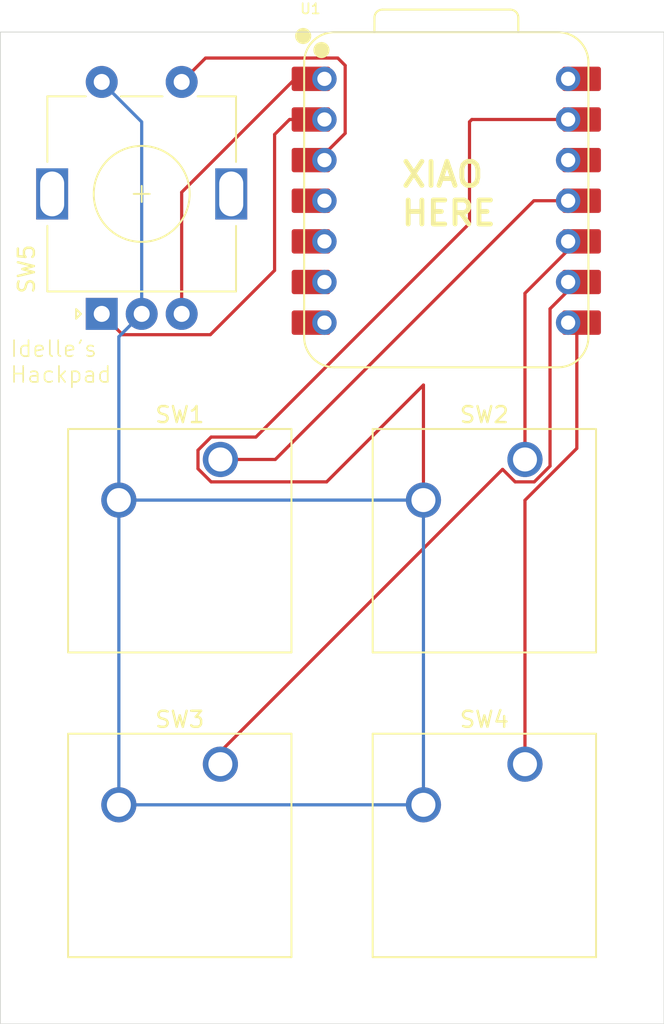
<source format=kicad_pcb>
(kicad_pcb (version 20241229) (generator "pcbnew") (generator_version "9.0")
  (layers (0 "F.Cu" signal) (2 "B.Cu" signal) (13 "F.Paste" user) (15 "B.Paste" user) (5 "F.SilkS" user "F.Silkscreen") (7 "B.SilkS" user "B.Silkscreen") (1 "F.Mask" user) (3 "B.Mask" user) (25 "Edge.Cuts" user))
  (net 0 "")
  (net 1 "/SW1")
  (net 2 "GND")
  (net 3 "/SW2")
  (net 4 "/SW3")
  (net 5 "/SW4")
  (net 6 "/A")
  (net 7 "/S1")
  (net 8 "/B")
  (footprint "Button_Switch_Keyboard:SW_Cherry_MX_1.00u_PCB" (layer "F.Cu") (at 152.55875 109.22)
    (property "Reference" "SW2" (at -2.54 -2.794 0) (layer "F.SilkS"))
    (property "Value" "SW_Push")
    (fp_line (start -9.525 -1.905) (end 4.445 -1.905) (stroke (width 0.12)) (layer "F.SilkS"))
    (fp_line (start -9.525 12.065) (end -9.525 -1.905) (stroke (width 0.12)) (layer "F.SilkS"))
    (fp_line (start 4.445 -1.905) (end 4.445 12.065) (stroke (width 0.12)) (layer "F.SilkS"))
    (fp_line (start 4.445 12.065) (end -9.525 12.065) (stroke (width 0.12)) (layer "F.SilkS"))
    (pad "" np_thru_hole circle (at -7.62 5.08) (size 1.7 1.7) (drill 1.7) (layers "*.Cu" "*.Mask"))
    (pad "" np_thru_hole circle (at -2.54 5.08) (size 4 4) (drill 4) (layers "*.Cu" "*.Mask"))
    (pad "" np_thru_hole circle (at 2.54 5.08) (size 1.7 1.7) (drill 1.7) (layers "*.Cu" "*.Mask"))
    (pad "1" thru_hole circle (at 0 0) (size 2.2 2.2) (drill 1.5) (layers "*.Cu" "*.Mask") (net 3 "/SW2"))
    (pad "2" thru_hole circle (at -6.35 2.54) (size 2.2 2.2) (drill 1.5) (layers "*.Cu" "*.Mask") (net 2 "GND"))
  )
  (footprint "Button_Switch_Keyboard:SW_Cherry_MX_1.00u_PCB" (layer "F.Cu") (at 133.50875 128.27)
    (property "Reference" "SW3" (at -2.54 -2.794 0) (layer "F.SilkS"))
    (property "Value" "SW_Push")
    (fp_line (start -9.525 -1.905) (end 4.445 -1.905) (stroke (width 0.12)) (layer "F.SilkS"))
    (fp_line (start -9.525 12.065) (end -9.525 -1.905) (stroke (width 0.12)) (layer "F.SilkS"))
    (fp_line (start 4.445 -1.905) (end 4.445 12.065) (stroke (width 0.12)) (layer "F.SilkS"))
    (fp_line (start 4.445 12.065) (end -9.525 12.065) (stroke (width 0.12)) (layer "F.SilkS"))
    (pad "" np_thru_hole circle (at -7.62 5.08) (size 1.7 1.7) (drill 1.7) (layers "*.Cu" "*.Mask"))
    (pad "" np_thru_hole circle (at -2.54 5.08) (size 4 4) (drill 4) (layers "*.Cu" "*.Mask"))
    (pad "" np_thru_hole circle (at 2.54 5.08) (size 1.7 1.7) (drill 1.7) (layers "*.Cu" "*.Mask"))
    (pad "1" thru_hole circle (at 0 0) (size 2.2 2.2) (drill 1.5) (layers "*.Cu" "*.Mask") (net 4 "/SW3"))
    (pad "2" thru_hole circle (at -6.35 2.54) (size 2.2 2.2) (drill 1.5) (layers "*.Cu" "*.Mask") (net 2 "GND"))
  )
  (footprint "Button_Switch_Keyboard:SW_Cherry_MX_1.00u_PCB" (layer "F.Cu") (at 133.50875 109.22)
    (property "Reference" "SW1" (at -2.54 -2.794 0) (layer "F.SilkS"))
    (property "Value" "SW_Push")
    (fp_line (start -9.525 -1.905) (end 4.445 -1.905) (stroke (width 0.12)) (layer "F.SilkS"))
    (fp_line (start -9.525 12.065) (end -9.525 -1.905) (stroke (width 0.12)) (layer "F.SilkS"))
    (fp_line (start 4.445 -1.905) (end 4.445 12.065) (stroke (width 0.12)) (layer "F.SilkS"))
    (fp_line (start 4.445 12.065) (end -9.525 12.065) (stroke (width 0.12)) (layer "F.SilkS"))
    (pad "" np_thru_hole circle (at -7.62 5.08) (size 1.7 1.7) (drill 1.7) (layers "*.Cu" "*.Mask"))
    (pad "" np_thru_hole circle (at -2.54 5.08) (size 4 4) (drill 4) (layers "*.Cu" "*.Mask"))
    (pad "" np_thru_hole circle (at 2.54 5.08) (size 1.7 1.7) (drill 1.7) (layers "*.Cu" "*.Mask"))
    (pad "1" thru_hole circle (at 0 0) (size 2.2 2.2) (drill 1.5) (layers "*.Cu" "*.Mask") (net 1 "/SW1"))
    (pad "2" thru_hole circle (at -6.35 2.54) (size 2.2 2.2) (drill 1.5) (layers "*.Cu" "*.Mask") (net 2 "GND"))
  )
  (footprint "Button_Switch_Keyboard:SW_Cherry_MX_1.00u_PCB" (layer "F.Cu") (at 152.55875 128.27)
    (property "Reference" "SW4" (at -2.54 -2.794 0) (layer "F.SilkS"))
    (property "Value" "SW_Push")
    (fp_line (start -9.525 -1.905) (end 4.445 -1.905) (stroke (width 0.12)) (layer "F.SilkS"))
    (fp_line (start -9.525 12.065) (end -9.525 -1.905) (stroke (width 0.12)) (layer "F.SilkS"))
    (fp_line (start 4.445 -1.905) (end 4.445 12.065) (stroke (width 0.12)) (layer "F.SilkS"))
    (fp_line (start 4.445 12.065) (end -9.525 12.065) (stroke (width 0.12)) (layer "F.SilkS"))
    (pad "" np_thru_hole circle (at -7.62 5.08) (size 1.7 1.7) (drill 1.7) (layers "*.Cu" "*.Mask"))
    (pad "" np_thru_hole circle (at -2.54 5.08) (size 4 4) (drill 4) (layers "*.Cu" "*.Mask"))
    (pad "" np_thru_hole circle (at 2.54 5.08) (size 1.7 1.7) (drill 1.7) (layers "*.Cu" "*.Mask"))
    (pad "1" thru_hole circle (at 0 0) (size 2.2 2.2) (drill 1.5) (layers "*.Cu" "*.Mask") (net 5 "/SW4"))
    (pad "2" thru_hole circle (at -6.35 2.54) (size 2.2 2.2) (drill 1.5) (layers "*.Cu" "*.Mask") (net 2 "GND"))
  )
  (footprint "XIAO THT:XIAO-RP2040-DIP" (layer "F.Cu") (at 147.6375 93.0455)
    (property "Reference" "U1" (at -8.5 -12 0) (layer "F.SilkS") (effects (font (size 0.635 0.635) (thickness 0.1016))))
    (property "Value" "XIAO-RP2040-SMD")
    (fp_line (start -8.89 8.509) (end -8.89 -8.636) (stroke (width 0.127)) (layer "F.SilkS"))
    (fp_line (start -6.985 10.414) (end 6.985 10.414) (stroke (width 0.127)) (layer "F.SilkS"))
    (fp_line (start -4.495 -10.541) (end -4.491272 -11.451272) (stroke (width 0.127)) (layer "F.SilkS"))
    (fp_line (start -3.991272 -11.951) (end 4.004 -11.951) (stroke (width 0.127)) (layer "F.SilkS"))
    (fp_line (start 4.504 -11.451) (end 4.504 -10.541) (stroke (width 0.127)) (layer "F.SilkS"))
    (fp_line (start 6.985 -10.541) (end -6.985 -10.541) (stroke (width 0.1)) (layer "F.SilkS"))
    (fp_line (start 6.985 -10.541) (end -6.985 -10.541) (stroke (width 0.127)) (layer "F.SilkS"))
    (fp_line (start 8.89 8.509) (end 8.89 -8.636) (stroke (width 0.127)) (layer "F.SilkS"))
    (fp_arc (start -8.89 -8.636) (mid -8.332038 -9.983038) (end -6.985 -10.541) (stroke (width 0.127)) (layer "F.SilkS"))
    (fp_arc (start -6.985 10.414) (mid -8.332038 9.856038) (end -8.89 8.509) (stroke (width 0.127)) (layer "F.SilkS"))
    (fp_arc (start -4.491272 -11.451272) (mid -4.344728 -11.80464) (end -3.991272 -11.951) (stroke (width 0.127)) (layer "F.SilkS"))
    (fp_arc (start 4.004 -11.951) (mid 4.357553 -11.804553) (end 4.504 -11.451) (stroke (width 0.127)) (layer "F.SilkS"))
    (fp_arc (start 6.985 -10.541) (mid 8.332038 -9.983038) (end 8.89 -8.636) (stroke (width 0.127)) (layer "F.SilkS"))
    (fp_arc (start 8.89 8.509) (mid 8.332038 9.856038) (end 6.985 10.414) (stroke (width 0.127)) (layer "F.SilkS"))
    (fp_circle (center -8.95 -10.3) (end -8.95 -10.554) (stroke (width 0.5)) (fill yes) (layer "F.SilkS"))
    (fp_circle (center -7.807 -9.42) (end -7.807 -9.674) (stroke (width 0.5)) (fill yes) (layer "F.SilkS"))
    (pad "1" smd roundrect (at -8.455 -7.62 180) (size 2.432 1.524) (layers "F.Cu" "F.Mask") (roundrect_rratio 0.1) (net 8 "/B"))
    (pad "1" thru_hole circle (at -7.62 -7.62 180) (size 1.524 1.524) (drill 0.889) (layers "*.Cu" "*.Mask") (net 8 "/B"))
    (pad "2" smd roundrect (at -8.455 -5.08 180) (size 2.432 1.524) (layers "F.Cu" "F.Mask") (roundrect_rratio 0.1) (net 6 "/A"))
    (pad "2" thru_hole circle (at -7.62 -5.08 180) (size 1.524 1.524) (drill 0.889) (layers "*.Cu" "*.Mask") (net 6 "/A"))
    (pad "3" smd roundrect (at -8.455 -2.54 180) (size 2.432 1.524) (layers "F.Cu" "F.Mask") (roundrect_rratio 0.1) (net 7 "/S1"))
    (pad "3" thru_hole circle (at -7.62 -2.54 180) (size 1.524 1.524) (drill 0.889) (layers "*.Cu" "*.Mask") (net 7 "/S1"))
    (pad "4" smd roundrect (at -8.455 0 180) (size 2.432 1.524) (layers "F.Cu" "F.Mask") (roundrect_rratio 0.1))
    (pad "4" thru_hole circle (at -7.62 0 180) (size 1.524 1.524) (drill 0.889) (layers "*.Cu" "*.Mask"))
    (pad "5" smd roundrect (at -8.455 2.54 180) (size 2.432 1.524) (layers "F.Cu" "F.Mask") (roundrect_rratio 0.1))
    (pad "5" thru_hole circle (at -7.62 2.54 180) (size 1.524 1.524) (drill 0.889) (layers "*.Cu" "*.Mask"))
    (pad "6" smd roundrect (at -8.455 5.08 180) (size 2.432 1.524) (layers "F.Cu" "F.Mask") (roundrect_rratio 0.1))
    (pad "6" thru_hole circle (at -7.62 5.08 180) (size 1.524 1.524) (drill 0.889) (layers "*.Cu" "*.Mask"))
    (pad "7" smd roundrect (at -8.455 7.62 180) (size 2.432 1.524) (layers "F.Cu" "F.Mask") (roundrect_rratio 0.1))
    (pad "7" thru_hole circle (at -7.62 7.62 180) (size 1.524 1.524) (drill 0.889) (layers "*.Cu" "*.Mask"))
    (pad "8" thru_hole circle (at 7.62 7.62) (size 1.524 1.524) (drill 0.889) (layers "*.Cu" "*.Mask") (net 5 "/SW4"))
    (pad "8" smd roundrect (at 8.455 7.62) (size 2.432 1.524) (layers "F.Cu" "F.Mask") (roundrect_rratio 0.1) (net 5 "/SW4"))
    (pad "9" thru_hole circle (at 7.62 5.08) (size 1.524 1.524) (drill 0.889) (layers "*.Cu" "*.Mask") (net 4 "/SW3"))
    (pad "9" smd roundrect (at 8.455 5.08) (size 2.432 1.524) (layers "F.Cu" "F.Mask") (roundrect_rratio 0.1) (net 4 "/SW3"))
    (pad "10" thru_hole circle (at 7.62 2.54) (size 1.524 1.524) (drill 0.889) (layers "*.Cu" "*.Mask") (net 3 "/SW2"))
    (pad "10" smd roundrect (at 8.455 2.54) (size 2.432 1.524) (layers "F.Cu" "F.Mask") (roundrect_rratio 0.1) (net 3 "/SW2"))
    (pad "11" thru_hole circle (at 7.62 0) (size 1.524 1.524) (drill 0.889) (layers "*.Cu" "*.Mask") (net 1 "/SW1"))
    (pad "11" smd roundrect (at 8.455 0) (size 2.432 1.524) (layers "F.Cu" "F.Mask") (roundrect_rratio 0.1) (net 1 "/SW1"))
    (pad "12" thru_hole circle (at 7.62 -2.54) (size 1.524 1.524) (drill 0.889) (layers "*.Cu" "*.Mask"))
    (pad "12" smd roundrect (at 8.455 -2.54) (size 2.432 1.524) (layers "F.Cu" "F.Mask") (roundrect_rratio 0.1))
    (pad "13" thru_hole circle (at 7.62 -5.08) (size 1.524 1.524) (drill 0.889) (layers "*.Cu" "*.Mask") (net 2 "GND"))
    (pad "13" smd roundrect (at 8.455 -5.08) (size 2.432 1.524) (layers "F.Cu" "F.Mask") (roundrect_rratio 0.1) (net 2 "GND"))
    (pad "14" thru_hole circle (at 7.62 -7.62) (size 1.524 1.524) (drill 0.889) (layers "*.Cu" "*.Mask"))
    (pad "14" smd roundrect (at 8.455 -7.62) (size 2.432 1.524) (layers "F.Cu" "F.Mask") (roundrect_rratio 0.1))
  )
  (footprint "Rotary_Encoder:RotaryEncoder_Alps_EC11E-Switch_Vertical_H20mm" (layer "F.Cu") (at 126.0875 100.11875 90)
    (property "Reference" "SW5" (at 2.8 -4.7 90) (layer "F.SilkS"))
    (property "Value" "RotaryEncoder_Switch")
    (fp_line (start 13.6 -3.4) (end 13.6 -1) (stroke (width 0.12)) (layer "F.SilkS"))
    (fp_line (start 9.5 -3.4) (end 13.6 -3.4) (stroke (width 0.12)) (layer "F.SilkS"))
    (fp_line (start 5.5 -3.4) (end 1.4 -3.4) (stroke (width 0.12)) (layer "F.SilkS"))
    (fp_line (start 1.4 -3.4) (end 1.4 8.4) (stroke (width 0.12)) (layer "F.SilkS"))
    (fp_line (start 0.3 -1.6) (end 0 -1.3) (stroke (width 0.12)) (layer "F.SilkS"))
    (fp_line (start -0.3 -1.6) (end 0.3 -1.6) (stroke (width 0.12)) (layer "F.SilkS"))
    (fp_line (start 0 -1.3) (end -0.3 -1.6) (stroke (width 0.12)) (layer "F.SilkS"))
    (fp_line (start 13.6 1.2) (end 13.6 3.8) (stroke (width 0.12)) (layer "F.SilkS"))
    (fp_line (start 7.5 2) (end 7.5 3) (stroke (width 0.12)) (layer "F.SilkS"))
    (fp_line (start 7 2.5) (end 8 2.5) (stroke (width 0.12)) (layer "F.SilkS"))
    (fp_line (start 13.6 6) (end 13.6 8.4) (stroke (width 0.12)) (layer "F.SilkS"))
    (fp_line (start 13.6 8.4) (end 9.5 8.4) (stroke (width 0.12)) (layer "F.SilkS"))
    (fp_line (start 5.5 8.4) (end 1.4 8.4) (stroke (width 0.12)) (layer "F.SilkS"))
    (fp_circle (center 7.5 2.5) (end 10.5 2.5) (stroke (width 0.12)) (fill no) (layer "F.SilkS"))
    (pad "A" thru_hole rect (at 0 0 90) (size 2 2) (drill 1) (layers "*.Cu" "*.Mask") (net 6 "/A"))
    (pad "B" thru_hole circle (at 0 5 90) (size 2 2) (drill 1) (layers "*.Cu" "*.Mask") (net 8 "/B"))
    (pad "C" thru_hole circle (at 0 2.5 90) (size 2 2) (drill 1) (layers "*.Cu" "*.Mask") (net 2 "GND"))
    (pad "MP" thru_hole rect (at 7.5 -3.1 90) (size 3.2 2) (drill oval 2.8 1.5) (layers "*.Cu" "*.Mask"))
    (pad "MP" thru_hole rect (at 7.5 8.1 90) (size 3.2 2) (drill oval 2.8 1.5) (layers "*.Cu" "*.Mask"))
    (pad "S1" thru_hole circle (at 14.5 5 90) (size 2 2) (drill 1) (layers "*.Cu" "*.Mask") (net 7 "/S1"))
    (pad "S2" thru_hole circle (at 14.5 0 90) (size 2 2) (drill 1) (layers "*.Cu" "*.Mask") (net 2 "GND"))
  )
  (gr_rect (start 119.75 82.5) (end 161.25 144.5) (stroke (width 0.05)) (fill no) (layer "Edge.Cuts"))
  (gr_text "Idelle's \nHackpad" (at 120.3 104.5 0) (layer "F.SilkS") (effects (font (size 1 1) (thickness 0.1)) (justify left bottom)))
  (gr_text "XIAO \nHERE" (at 144.7 94.7 0) (layer "F.SilkS") (effects (font (size 1.5 1.5) (thickness 0.3) (bold yes)) (justify left bottom)))
  (segment (start 136.942794 109.22) (end 153.117294 93.0455) (width 0.2) (layer "F.Cu") (net 1))
  (segment (start 133.50875 109.22) (end 136.942794 109.22) (width 0.2) (layer "F.Cu") (net 1))
  (segment (start 153.117294 93.0455) (end 155.8025 93.0455) (width 0.2) (layer "F.Cu") (net 1))
  (segment (start 149.0895 94.459936) (end 149.0895 88.1105) (width 0.2) (layer "F.Cu") (net 2))
  (segment (start 140.154 110.621) (end 132.928436 110.621) (width 0.2) (layer "F.Cu") (net 2))
  (segment (start 149.0895 88.1105) (end 149.2345 87.9655) (width 0.2) (layer "F.Cu") (net 2))
  (segment (start 135.730436 107.819) (end 149.0895 94.459936) (width 0.2) (layer "F.Cu") (net 2))
  (segment (start 132.928436 107.819) (end 135.730436 107.819) (width 0.2) (layer "F.Cu") (net 2))
  (segment (start 132.10775 109.800314) (end 132.10775 108.639686) (width 0.2) (layer "F.Cu") (net 2))
  (segment (start 146.20875 111.76) (end 146.20875 104.56625) (width 0.2) (layer "F.Cu") (net 2))
  (segment (start 149.2345 87.9655) (end 155.8025 87.9655) (width 0.2) (layer "F.Cu") (net 2))
  (segment (start 132.928436 110.621) (end 132.10775 109.800314) (width 0.2) (layer "F.Cu") (net 2))
  (segment (start 132.10775 108.639686) (end 132.928436 107.819) (width 0.2) (layer "F.Cu") (net 2))
  (segment (start 146.20875 104.56625) (end 140.154 110.621) (width 0.2) (layer "F.Cu") (net 2))
  (segment (start 128.5875 88.11875) (end 128.5875 100.11875) (width 0.2) (layer "B.Cu") (net 2))
  (segment (start 127.15875 111.76) (end 127.15875 101.5475) (width 0.2) (layer "B.Cu") (net 2))
  (segment (start 127.15875 111.76) (end 127.15875 130.81) (width 0.2) (layer "B.Cu") (net 2))
  (segment (start 126.0875 85.61875) (end 128.5875 88.11875) (width 0.2) (layer "B.Cu") (net 2))
  (segment (start 127.15875 130.81) (end 146.20875 130.81) (width 0.2) (layer "B.Cu") (net 2))
  (segment (start 146.20875 130.81) (end 146.20875 111.76) (width 0.2) (layer "B.Cu") (net 2))
  (segment (start 146.20875 111.76) (end 127.15875 111.76) (width 0.2) (layer "B.Cu") (net 2))
  (segment (start 127.15875 101.5475) (end 128.5875 100.11875) (width 0.2) (layer "B.Cu") (net 2))
  (segment (start 152.55875 109.22) (end 152.68 109.22) (width 0.2) (layer "F.Cu") (net 3))
  (segment (start 152.68 109.22) (end 152.7 109.2) (width 0.2) (layer "F.Cu") (net 3))
  (segment (start 152.55875 109.22) (end 152.55875 98.82925) (width 0.2) (layer "F.Cu") (net 3))
  (segment (start 152.57875 109.2) (end 152.7 109.2) (width 0.2) (layer "F.Cu") (net 3))
  (segment (start 152.7 109.2) (end 153.1 109.2) (width 0.2) (layer "F.Cu") (net 3))
  (segment (start 152.55875 98.82925) (end 155.8025 95.5855) (width 0.2) (layer "F.Cu") (net 3))
  (segment (start 153.139064 110.621) (end 154.1265 109.633564) (width 0.2) (layer "F.Cu") (net 4))
  (segment (start 154.1265 99.8015) (end 155.8025 98.1255) (width 0.2) (layer "F.Cu") (net 4))
  (segment (start 133.50875 127.485184) (end 151.15775 109.836184) (width 0.2) (layer "F.Cu") (net 4))
  (segment (start 151.15775 109.836184) (end 151.942566 110.621) (width 0.2) (layer "F.Cu") (net 4))
  (segment (start 133.50875 128.27) (end 133.50875 127.485184) (width 0.2) (layer "F.Cu") (net 4))
  (segment (start 154.1265 109.633564) (end 154.1265 99.8015) (width 0.2) (layer "F.Cu") (net 4))
  (segment (start 151.942566 110.621) (end 153.139064 110.621) (width 0.2) (layer "F.Cu") (net 4))
  (segment (start 156.2 100.3) (end 155.8345 100.6655) (width 0.2) (layer "F.Cu") (net 5))
  (segment (start 155.8025 108.524664) (end 155.8025 100.6655) (width 0.2) (layer "F.Cu") (net 5))
  (segment (start 155.8345 100.6655) (end 155.8025 100.6655) (width 0.2) (layer "F.Cu") (net 5))
  (segment (start 156.3 101.163) (end 155.8025 100.6655) (width 0.2) (layer "F.Cu") (net 5))
  (segment (start 152.55875 111.768414) (end 155.8025 108.524664) (width 0.2) (layer "F.Cu") (net 5))
  (segment (start 152.55875 128.27) (end 152.55875 111.768414) (width 0.2) (layer "F.Cu") (net 5))
  (segment (start 155.737 100.6) (end 155.8025 100.6655) (width 0.2) (layer "F.Cu") (net 5))
  (segment (start 155.737 100.6) (end 155.7 100.6) (width 0.2) (layer "F.Cu") (net 5))
  (segment (start 152.55875 128.27) (end 152.55875 129.05875) (width 0.2) (layer "B.Cu") (net 5))
  (segment (start 132.88025 101.41975) (end 136.9 97.4) (width 0.2) (layer "F.Cu") (net 6))
  (segment (start 136.9 88.9) (end 137.8345 87.9655) (width 0.2) (layer "F.Cu") (net 6))
  (segment (start 127.3885 101.41975) (end 132.88025 101.41975) (width 0.2) (layer "F.Cu") (net 6))
  (segment (start 137.8345 87.9655) (end 139.1825 87.9655) (width 0.2) (layer "F.Cu") (net 6))
  (segment (start 126.0875 100.11875) (end 127.3885 101.41975) (width 0.2) (layer "F.Cu") (net 6))
  (segment (start 136.9 97.4) (end 136.9 88.9) (width 0.2) (layer "F.Cu") (net 6))
  (segment (start 140.851558 84.1245) (end 141.3135 84.586442) (width 0.2) (layer "F.Cu") (net 7))
  (segment (start 131.0875 85.61875) (end 132.58175 84.1245) (width 0.2) (layer "F.Cu") (net 7))
  (segment (start 141.3135 88.8295) (end 139.6375 90.5055) (width 0.2) (layer "F.Cu") (net 7))
  (segment (start 141.3135 84.586442) (end 141.3135 88.8295) (width 0.2) (layer "F.Cu") (net 7))
  (segment (start 132.58175 84.1245) (end 140.851558 84.1245) (width 0.2) (layer "F.Cu") (net 7))
  (segment (start 138.17875 85.4255) (end 139.6375 85.4255) (width 0.2) (layer "F.Cu") (net 8))
  (segment (start 131.0875 92.51675) (end 138.17875 85.4255) (width 0.2) (layer "F.Cu") (net 8))
  (segment (start 131.0875 100.11875) (end 131.0875 92.51675) (width 0.2) (layer "F.Cu") (net 8))
)
</source>
